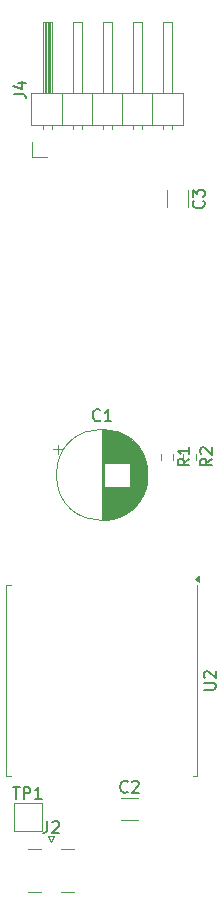
<source format=gbr>
%TF.GenerationSoftware,KiCad,Pcbnew,7.0.11-2.fc39*%
%TF.CreationDate,2024-07-01T00:46:26-07:00*%
%TF.ProjectId,george_orangepi,67656f72-6765-45f6-9f72-616e67657069,rev?*%
%TF.SameCoordinates,PX93d1cc0PY4d3f640*%
%TF.FileFunction,Legend,Top*%
%TF.FilePolarity,Positive*%
%FSLAX46Y46*%
G04 Gerber Fmt 4.6, Leading zero omitted, Abs format (unit mm)*
G04 Created by KiCad (PCBNEW 7.0.11-2.fc39) date 2024-07-01 00:46:26*
%MOMM*%
%LPD*%
G01*
G04 APERTURE LIST*
%ADD10C,0.150000*%
%ADD11C,0.120000*%
G04 APERTURE END LIST*
D10*
X1738095Y-59956819D02*
X2309523Y-59956819D01*
X2023809Y-60956819D02*
X2023809Y-59956819D01*
X2642857Y-60956819D02*
X2642857Y-59956819D01*
X2642857Y-59956819D02*
X3023809Y-59956819D01*
X3023809Y-59956819D02*
X3119047Y-60004438D01*
X3119047Y-60004438D02*
X3166666Y-60052057D01*
X3166666Y-60052057D02*
X3214285Y-60147295D01*
X3214285Y-60147295D02*
X3214285Y-60290152D01*
X3214285Y-60290152D02*
X3166666Y-60385390D01*
X3166666Y-60385390D02*
X3119047Y-60433009D01*
X3119047Y-60433009D02*
X3023809Y-60480628D01*
X3023809Y-60480628D02*
X2642857Y-60480628D01*
X4166666Y-60956819D02*
X3595238Y-60956819D01*
X3880952Y-60956819D02*
X3880952Y-59956819D01*
X3880952Y-59956819D02*
X3785714Y-60099676D01*
X3785714Y-60099676D02*
X3690476Y-60194914D01*
X3690476Y-60194914D02*
X3595238Y-60242533D01*
X11458333Y-60344580D02*
X11410714Y-60392200D01*
X11410714Y-60392200D02*
X11267857Y-60439819D01*
X11267857Y-60439819D02*
X11172619Y-60439819D01*
X11172619Y-60439819D02*
X11029762Y-60392200D01*
X11029762Y-60392200D02*
X10934524Y-60296961D01*
X10934524Y-60296961D02*
X10886905Y-60201723D01*
X10886905Y-60201723D02*
X10839286Y-60011247D01*
X10839286Y-60011247D02*
X10839286Y-59868390D01*
X10839286Y-59868390D02*
X10886905Y-59677914D01*
X10886905Y-59677914D02*
X10934524Y-59582676D01*
X10934524Y-59582676D02*
X11029762Y-59487438D01*
X11029762Y-59487438D02*
X11172619Y-59439819D01*
X11172619Y-59439819D02*
X11267857Y-59439819D01*
X11267857Y-59439819D02*
X11410714Y-59487438D01*
X11410714Y-59487438D02*
X11458333Y-59535057D01*
X11839286Y-59535057D02*
X11886905Y-59487438D01*
X11886905Y-59487438D02*
X11982143Y-59439819D01*
X11982143Y-59439819D02*
X12220238Y-59439819D01*
X12220238Y-59439819D02*
X12315476Y-59487438D01*
X12315476Y-59487438D02*
X12363095Y-59535057D01*
X12363095Y-59535057D02*
X12410714Y-59630295D01*
X12410714Y-59630295D02*
X12410714Y-59725533D01*
X12410714Y-59725533D02*
X12363095Y-59868390D01*
X12363095Y-59868390D02*
X11791667Y-60439819D01*
X11791667Y-60439819D02*
X12410714Y-60439819D01*
X18589819Y-32156666D02*
X18113628Y-32489999D01*
X18589819Y-32728094D02*
X17589819Y-32728094D01*
X17589819Y-32728094D02*
X17589819Y-32347142D01*
X17589819Y-32347142D02*
X17637438Y-32251904D01*
X17637438Y-32251904D02*
X17685057Y-32204285D01*
X17685057Y-32204285D02*
X17780295Y-32156666D01*
X17780295Y-32156666D02*
X17923152Y-32156666D01*
X17923152Y-32156666D02*
X18018390Y-32204285D01*
X18018390Y-32204285D02*
X18066009Y-32251904D01*
X18066009Y-32251904D02*
X18113628Y-32347142D01*
X18113628Y-32347142D02*
X18113628Y-32728094D01*
X17685057Y-31775713D02*
X17637438Y-31728094D01*
X17637438Y-31728094D02*
X17589819Y-31632856D01*
X17589819Y-31632856D02*
X17589819Y-31394761D01*
X17589819Y-31394761D02*
X17637438Y-31299523D01*
X17637438Y-31299523D02*
X17685057Y-31251904D01*
X17685057Y-31251904D02*
X17780295Y-31204285D01*
X17780295Y-31204285D02*
X17875533Y-31204285D01*
X17875533Y-31204285D02*
X18018390Y-31251904D01*
X18018390Y-31251904D02*
X18589819Y-31823332D01*
X18589819Y-31823332D02*
X18589819Y-31204285D01*
X16684819Y-32156666D02*
X16208628Y-32489999D01*
X16684819Y-32728094D02*
X15684819Y-32728094D01*
X15684819Y-32728094D02*
X15684819Y-32347142D01*
X15684819Y-32347142D02*
X15732438Y-32251904D01*
X15732438Y-32251904D02*
X15780057Y-32204285D01*
X15780057Y-32204285D02*
X15875295Y-32156666D01*
X15875295Y-32156666D02*
X16018152Y-32156666D01*
X16018152Y-32156666D02*
X16113390Y-32204285D01*
X16113390Y-32204285D02*
X16161009Y-32251904D01*
X16161009Y-32251904D02*
X16208628Y-32347142D01*
X16208628Y-32347142D02*
X16208628Y-32728094D01*
X16684819Y-31204285D02*
X16684819Y-31775713D01*
X16684819Y-31489999D02*
X15684819Y-31489999D01*
X15684819Y-31489999D02*
X15827676Y-31585237D01*
X15827676Y-31585237D02*
X15922914Y-31680475D01*
X15922914Y-31680475D02*
X15970533Y-31775713D01*
X17914819Y-51706904D02*
X18724342Y-51706904D01*
X18724342Y-51706904D02*
X18819580Y-51659285D01*
X18819580Y-51659285D02*
X18867200Y-51611666D01*
X18867200Y-51611666D02*
X18914819Y-51516428D01*
X18914819Y-51516428D02*
X18914819Y-51325952D01*
X18914819Y-51325952D02*
X18867200Y-51230714D01*
X18867200Y-51230714D02*
X18819580Y-51183095D01*
X18819580Y-51183095D02*
X18724342Y-51135476D01*
X18724342Y-51135476D02*
X17914819Y-51135476D01*
X18010057Y-50706904D02*
X17962438Y-50659285D01*
X17962438Y-50659285D02*
X17914819Y-50564047D01*
X17914819Y-50564047D02*
X17914819Y-50325952D01*
X17914819Y-50325952D02*
X17962438Y-50230714D01*
X17962438Y-50230714D02*
X18010057Y-50183095D01*
X18010057Y-50183095D02*
X18105295Y-50135476D01*
X18105295Y-50135476D02*
X18200533Y-50135476D01*
X18200533Y-50135476D02*
X18343390Y-50183095D01*
X18343390Y-50183095D02*
X18914819Y-50754523D01*
X18914819Y-50754523D02*
X18914819Y-50135476D01*
X1824819Y-1268333D02*
X2539104Y-1268333D01*
X2539104Y-1268333D02*
X2681961Y-1315952D01*
X2681961Y-1315952D02*
X2777200Y-1411190D01*
X2777200Y-1411190D02*
X2824819Y-1554047D01*
X2824819Y-1554047D02*
X2824819Y-1649285D01*
X2158152Y-363571D02*
X2824819Y-363571D01*
X1777200Y-601666D02*
X2491485Y-839761D01*
X2491485Y-839761D02*
X2491485Y-220714D01*
X4666666Y-62842319D02*
X4666666Y-63556604D01*
X4666666Y-63556604D02*
X4619047Y-63699461D01*
X4619047Y-63699461D02*
X4523809Y-63794700D01*
X4523809Y-63794700D02*
X4380952Y-63842319D01*
X4380952Y-63842319D02*
X4285714Y-63842319D01*
X5095238Y-62937557D02*
X5142857Y-62889938D01*
X5142857Y-62889938D02*
X5238095Y-62842319D01*
X5238095Y-62842319D02*
X5476190Y-62842319D01*
X5476190Y-62842319D02*
X5571428Y-62889938D01*
X5571428Y-62889938D02*
X5619047Y-62937557D01*
X5619047Y-62937557D02*
X5666666Y-63032795D01*
X5666666Y-63032795D02*
X5666666Y-63128033D01*
X5666666Y-63128033D02*
X5619047Y-63270890D01*
X5619047Y-63270890D02*
X5047619Y-63842319D01*
X5047619Y-63842319D02*
X5666666Y-63842319D01*
X17877580Y-10326666D02*
X17925200Y-10374285D01*
X17925200Y-10374285D02*
X17972819Y-10517142D01*
X17972819Y-10517142D02*
X17972819Y-10612380D01*
X17972819Y-10612380D02*
X17925200Y-10755237D01*
X17925200Y-10755237D02*
X17829961Y-10850475D01*
X17829961Y-10850475D02*
X17734723Y-10898094D01*
X17734723Y-10898094D02*
X17544247Y-10945713D01*
X17544247Y-10945713D02*
X17401390Y-10945713D01*
X17401390Y-10945713D02*
X17210914Y-10898094D01*
X17210914Y-10898094D02*
X17115676Y-10850475D01*
X17115676Y-10850475D02*
X17020438Y-10755237D01*
X17020438Y-10755237D02*
X16972819Y-10612380D01*
X16972819Y-10612380D02*
X16972819Y-10517142D01*
X16972819Y-10517142D02*
X17020438Y-10374285D01*
X17020438Y-10374285D02*
X17068057Y-10326666D01*
X16972819Y-9993332D02*
X16972819Y-9374285D01*
X16972819Y-9374285D02*
X17353771Y-9707618D01*
X17353771Y-9707618D02*
X17353771Y-9564761D01*
X17353771Y-9564761D02*
X17401390Y-9469523D01*
X17401390Y-9469523D02*
X17449009Y-9421904D01*
X17449009Y-9421904D02*
X17544247Y-9374285D01*
X17544247Y-9374285D02*
X17782342Y-9374285D01*
X17782342Y-9374285D02*
X17877580Y-9421904D01*
X17877580Y-9421904D02*
X17925200Y-9469523D01*
X17925200Y-9469523D02*
X17972819Y-9564761D01*
X17972819Y-9564761D02*
X17972819Y-9850475D01*
X17972819Y-9850475D02*
X17925200Y-9945713D01*
X17925200Y-9945713D02*
X17877580Y-9993332D01*
X9131333Y-28887580D02*
X9083714Y-28935200D01*
X9083714Y-28935200D02*
X8940857Y-28982819D01*
X8940857Y-28982819D02*
X8845619Y-28982819D01*
X8845619Y-28982819D02*
X8702762Y-28935200D01*
X8702762Y-28935200D02*
X8607524Y-28839961D01*
X8607524Y-28839961D02*
X8559905Y-28744723D01*
X8559905Y-28744723D02*
X8512286Y-28554247D01*
X8512286Y-28554247D02*
X8512286Y-28411390D01*
X8512286Y-28411390D02*
X8559905Y-28220914D01*
X8559905Y-28220914D02*
X8607524Y-28125676D01*
X8607524Y-28125676D02*
X8702762Y-28030438D01*
X8702762Y-28030438D02*
X8845619Y-27982819D01*
X8845619Y-27982819D02*
X8940857Y-27982819D01*
X8940857Y-27982819D02*
X9083714Y-28030438D01*
X9083714Y-28030438D02*
X9131333Y-28078057D01*
X10083714Y-28982819D02*
X9512286Y-28982819D01*
X9798000Y-28982819D02*
X9798000Y-27982819D01*
X9798000Y-27982819D02*
X9702762Y-28125676D01*
X9702762Y-28125676D02*
X9607524Y-28220914D01*
X9607524Y-28220914D02*
X9512286Y-28268533D01*
D11*
%TO.C,TP1*%
X1800000Y-63700000D02*
X1800000Y-61300000D01*
X4200000Y-63700000D02*
X1800000Y-63700000D01*
X4200000Y-61300000D02*
X4200000Y-63700000D01*
X1800000Y-61300000D02*
X4200000Y-61300000D01*
%TO.C,C2*%
X10913748Y-60925000D02*
X12336252Y-60925000D01*
X10913748Y-62745000D02*
X12336252Y-62745000D01*
%TO.C,R2*%
X16182500Y-31752742D02*
X16182500Y-32227258D01*
X17227500Y-31752742D02*
X17227500Y-32227258D01*
%TO.C,R1*%
X14277500Y-31752742D02*
X14277500Y-32227258D01*
X15322500Y-31752742D02*
X15322500Y-32227258D01*
%TO.C,U2*%
X17496000Y-42585000D02*
X17160000Y-42345000D01*
X17496000Y-42105000D01*
X17496000Y-42585000D01*
G36*
X17496000Y-42585000D02*
G01*
X17160000Y-42345000D01*
X17496000Y-42105000D01*
X17496000Y-42585000D01*
G37*
X1160000Y-59045000D02*
X1560000Y-59045000D01*
X17360000Y-59045000D02*
X16960000Y-59045000D01*
X1160000Y-42845000D02*
X1160000Y-59045000D01*
X1560000Y-42845000D02*
X1160000Y-42845000D01*
X17360000Y-42845000D02*
X17360000Y-59045000D01*
%TO.C,J4*%
X12640000Y-4277071D02*
X12640000Y-3880000D01*
X12640000Y4780000D02*
X12640000Y-1220000D01*
X16130000Y-1220000D02*
X3310000Y-1220000D01*
X3310000Y-1220000D02*
X3310000Y-3880000D01*
X8450000Y-3880000D02*
X8450000Y-1220000D01*
X10100000Y-4277071D02*
X10100000Y-3880000D01*
X13530000Y-3880000D02*
X13530000Y-1220000D01*
X9340000Y-4277071D02*
X9340000Y-3880000D01*
X3370000Y-6590000D02*
X3370000Y-5320000D01*
X7560000Y4780000D02*
X7560000Y-1220000D01*
X5910000Y-3880000D02*
X5910000Y-1220000D01*
X10990000Y-3880000D02*
X10990000Y-1220000D01*
X5020000Y-4210000D02*
X5020000Y-3880000D01*
X3310000Y-3880000D02*
X16130000Y-3880000D01*
X15180000Y-4277071D02*
X15180000Y-3880000D01*
X9340000Y4780000D02*
X10100000Y4780000D01*
X6800000Y-1220000D02*
X6800000Y4780000D01*
X14420000Y-4277071D02*
X14420000Y-3880000D01*
X9340000Y-1220000D02*
X9340000Y4780000D01*
X10100000Y4780000D02*
X10100000Y-1220000D01*
X16130000Y-3880000D02*
X16130000Y-1220000D01*
X4680000Y-1220000D02*
X4680000Y4780000D01*
X5020000Y4780000D02*
X5020000Y-1220000D01*
X4320000Y-1220000D02*
X4320000Y4780000D01*
X6800000Y-4277071D02*
X6800000Y-3880000D01*
X4440000Y-1220000D02*
X4440000Y4780000D01*
X6800000Y4780000D02*
X7560000Y4780000D01*
X4560000Y-1220000D02*
X4560000Y4780000D01*
X4260000Y-4210000D02*
X4260000Y-3880000D01*
X4920000Y-1220000D02*
X4920000Y4780000D01*
X7560000Y-4277071D02*
X7560000Y-3880000D01*
X4800000Y-1220000D02*
X4800000Y4780000D01*
X11880000Y-1220000D02*
X11880000Y4780000D01*
X11880000Y4780000D02*
X12640000Y4780000D01*
X4260000Y4780000D02*
X5020000Y4780000D01*
X4260000Y-1220000D02*
X4260000Y4780000D01*
X14420000Y-1220000D02*
X14420000Y4780000D01*
X4640000Y-6590000D02*
X3370000Y-6590000D01*
X15180000Y4780000D02*
X15180000Y-1220000D01*
X11880000Y-4277071D02*
X11880000Y-3880000D01*
X14420000Y4780000D02*
X15180000Y4780000D01*
%TO.C,J2*%
X3050000Y-65177500D02*
X4160000Y-65177500D01*
X5250000Y-64127500D02*
X4750000Y-64127500D01*
X5840000Y-68887500D02*
X6950000Y-68887500D01*
X5000000Y-64627500D02*
X5250000Y-64127500D01*
X4750000Y-64127500D02*
X5000000Y-64627500D01*
X3050000Y-68887500D02*
X4160000Y-68887500D01*
X5840000Y-65177500D02*
X6950000Y-65177500D01*
%TO.C,C3*%
X14758000Y-9448748D02*
X14758000Y-10871252D01*
X16578000Y-9448748D02*
X16578000Y-10871252D01*
%TO.C,C1*%
X13168000Y-33528000D02*
G75*
G03*
X5428000Y-33528000I-3870000J0D01*
G01*
X5428000Y-33528000D02*
G75*
G03*
X13168000Y-33528000I3870000J0D01*
G01*
X11299000Y-34568000D02*
X11299000Y-36802000D01*
X10859000Y-30026000D02*
X10859000Y-32488000D01*
X11459000Y-34568000D02*
X11459000Y-36700000D01*
X10179000Y-29799000D02*
X10179000Y-32488000D01*
X10299000Y-34568000D02*
X10299000Y-37227000D01*
X12899000Y-32147000D02*
X12899000Y-34909000D01*
X11979000Y-30776000D02*
X11979000Y-36280000D01*
X10059000Y-29773000D02*
X10059000Y-32488000D01*
X11739000Y-30564000D02*
X11739000Y-36492000D01*
X9618000Y-34568000D02*
X9618000Y-37345000D01*
X10419000Y-29863000D02*
X10419000Y-32488000D01*
X11179000Y-34568000D02*
X11179000Y-36871000D01*
X9538000Y-29705000D02*
X9538000Y-32488000D01*
X5530789Y-30978000D02*
X5530789Y-31728000D01*
X9778000Y-29727000D02*
X9778000Y-32488000D01*
X12059000Y-30855000D02*
X12059000Y-36201000D01*
X9778000Y-34568000D02*
X9778000Y-37329000D01*
X13099000Y-32835000D02*
X13099000Y-34221000D01*
X12459000Y-31333000D02*
X12459000Y-35723000D01*
X12939000Y-32253000D02*
X12939000Y-34803000D01*
X12099000Y-30896000D02*
X12099000Y-36160000D01*
X11659000Y-30500000D02*
X11659000Y-36556000D01*
X12539000Y-31451000D02*
X12539000Y-35605000D01*
X11579000Y-30440000D02*
X11579000Y-32488000D01*
X10699000Y-34568000D02*
X10699000Y-37096000D01*
X10659000Y-34568000D02*
X10659000Y-37112000D01*
X10979000Y-34568000D02*
X10979000Y-36975000D01*
X9578000Y-29708000D02*
X9578000Y-32488000D01*
X10499000Y-29888000D02*
X10499000Y-32488000D01*
X11379000Y-34568000D02*
X11379000Y-36752000D01*
X12619000Y-31579000D02*
X12619000Y-35477000D01*
X9818000Y-34568000D02*
X9818000Y-37323000D01*
X10179000Y-34568000D02*
X10179000Y-37257000D01*
X10899000Y-34568000D02*
X10899000Y-37012000D01*
X9338000Y-29698000D02*
X9338000Y-37358000D01*
X10259000Y-34568000D02*
X10259000Y-37238000D01*
X9498000Y-29703000D02*
X9498000Y-37353000D01*
X11939000Y-30738000D02*
X11939000Y-36318000D01*
X12179000Y-30982000D02*
X12179000Y-36074000D01*
X11539000Y-30412000D02*
X11539000Y-32488000D01*
X9458000Y-29701000D02*
X9458000Y-37355000D01*
X11779000Y-30597000D02*
X11779000Y-36459000D01*
X12579000Y-31514000D02*
X12579000Y-35542000D01*
X11499000Y-34568000D02*
X11499000Y-36672000D01*
X12819000Y-31959000D02*
X12819000Y-35097000D01*
X10219000Y-34568000D02*
X10219000Y-37248000D01*
X12859000Y-32050000D02*
X12859000Y-35006000D01*
X11299000Y-30254000D02*
X11299000Y-32488000D01*
X11859000Y-30665000D02*
X11859000Y-36391000D01*
X10339000Y-29840000D02*
X10339000Y-32488000D01*
X9978000Y-29758000D02*
X9978000Y-32488000D01*
X11259000Y-34568000D02*
X11259000Y-36825000D01*
X10299000Y-29829000D02*
X10299000Y-32488000D01*
X10779000Y-29992000D02*
X10779000Y-32488000D01*
X9898000Y-34568000D02*
X9898000Y-37312000D01*
X11539000Y-34568000D02*
X11539000Y-36644000D01*
X9538000Y-34568000D02*
X9538000Y-37351000D01*
X11139000Y-34568000D02*
X11139000Y-36893000D01*
X10099000Y-34568000D02*
X10099000Y-37275000D01*
X9978000Y-34568000D02*
X9978000Y-37298000D01*
X9858000Y-29738000D02*
X9858000Y-32488000D01*
X11219000Y-30207000D02*
X11219000Y-32488000D01*
X10739000Y-29975000D02*
X10739000Y-32488000D01*
X10219000Y-29808000D02*
X10219000Y-32488000D01*
X9658000Y-29714000D02*
X9658000Y-32488000D01*
X12339000Y-31173000D02*
X12339000Y-35883000D01*
X9818000Y-29733000D02*
X9818000Y-32488000D01*
X11339000Y-34568000D02*
X11339000Y-36777000D01*
X9298000Y-29698000D02*
X9298000Y-37358000D01*
X11419000Y-34568000D02*
X11419000Y-36726000D01*
X10619000Y-29930000D02*
X10619000Y-32488000D01*
X10139000Y-34568000D02*
X10139000Y-37266000D01*
X11379000Y-30304000D02*
X11379000Y-32488000D01*
X10859000Y-34568000D02*
X10859000Y-37030000D01*
X12379000Y-31224000D02*
X12379000Y-35832000D01*
X11819000Y-30630000D02*
X11819000Y-36426000D01*
X10419000Y-34568000D02*
X10419000Y-37193000D01*
X11419000Y-30330000D02*
X11419000Y-32488000D01*
X10059000Y-34568000D02*
X10059000Y-37283000D01*
X10339000Y-34568000D02*
X10339000Y-37216000D01*
X10539000Y-29902000D02*
X10539000Y-32488000D01*
X11699000Y-30532000D02*
X11699000Y-36524000D01*
X11059000Y-34568000D02*
X11059000Y-36935000D01*
X9658000Y-34568000D02*
X9658000Y-37342000D01*
X10619000Y-34568000D02*
X10619000Y-37126000D01*
X10019000Y-34568000D02*
X10019000Y-37291000D01*
X9578000Y-34568000D02*
X9578000Y-37348000D01*
X11259000Y-30231000D02*
X11259000Y-32488000D01*
X10939000Y-30062000D02*
X10939000Y-32488000D01*
X10819000Y-30008000D02*
X10819000Y-32488000D01*
X10739000Y-34568000D02*
X10739000Y-37081000D01*
X10499000Y-34568000D02*
X10499000Y-37168000D01*
X10819000Y-34568000D02*
X10819000Y-37048000D01*
X12699000Y-31719000D02*
X12699000Y-35337000D01*
X10539000Y-34568000D02*
X10539000Y-37154000D01*
X9938000Y-29751000D02*
X9938000Y-32488000D01*
X10379000Y-29851000D02*
X10379000Y-32488000D01*
X11059000Y-30121000D02*
X11059000Y-32488000D01*
X13019000Y-32500000D02*
X13019000Y-34556000D01*
X12259000Y-31074000D02*
X12259000Y-35982000D01*
X11339000Y-30279000D02*
X11339000Y-32488000D01*
X12739000Y-31795000D02*
X12739000Y-35261000D01*
X11619000Y-30470000D02*
X11619000Y-36586000D01*
X11139000Y-30163000D02*
X11139000Y-32488000D01*
X9738000Y-34568000D02*
X9738000Y-37333000D01*
X12659000Y-31647000D02*
X12659000Y-35409000D01*
X12299000Y-31123000D02*
X12299000Y-35933000D01*
X9378000Y-29698000D02*
X9378000Y-37358000D01*
X13059000Y-32651000D02*
X13059000Y-34405000D01*
X12419000Y-31278000D02*
X12419000Y-35778000D01*
X11099000Y-34568000D02*
X11099000Y-36914000D01*
X11499000Y-30384000D02*
X11499000Y-32488000D01*
X11579000Y-34568000D02*
X11579000Y-36616000D01*
X10979000Y-30081000D02*
X10979000Y-32488000D01*
X11179000Y-30185000D02*
X11179000Y-32488000D01*
X10579000Y-34568000D02*
X10579000Y-37141000D01*
X10259000Y-29818000D02*
X10259000Y-32488000D01*
X12779000Y-31874000D02*
X12779000Y-35182000D01*
X9738000Y-29723000D02*
X9738000Y-32488000D01*
X11019000Y-34568000D02*
X11019000Y-36955000D01*
X11019000Y-30101000D02*
X11019000Y-32488000D01*
X10099000Y-29781000D02*
X10099000Y-32488000D01*
X10459000Y-34568000D02*
X10459000Y-37181000D01*
X11099000Y-30142000D02*
X11099000Y-32488000D01*
X9858000Y-34568000D02*
X9858000Y-37318000D01*
X12219000Y-31028000D02*
X12219000Y-36028000D01*
X10459000Y-29875000D02*
X10459000Y-32488000D01*
X9898000Y-29744000D02*
X9898000Y-32488000D01*
X11459000Y-30356000D02*
X11459000Y-32488000D01*
X9618000Y-29711000D02*
X9618000Y-32488000D01*
X13139000Y-33087000D02*
X13139000Y-33969000D01*
X12019000Y-30815000D02*
X12019000Y-36241000D01*
X10139000Y-29790000D02*
X10139000Y-32488000D01*
X10019000Y-29765000D02*
X10019000Y-32488000D01*
X9698000Y-29718000D02*
X9698000Y-32488000D01*
X11899000Y-30701000D02*
X11899000Y-36355000D01*
X10579000Y-29915000D02*
X10579000Y-32488000D01*
X10939000Y-34568000D02*
X10939000Y-36994000D01*
X9938000Y-34568000D02*
X9938000Y-37305000D01*
X12499000Y-31391000D02*
X12499000Y-35665000D01*
X12979000Y-32370000D02*
X12979000Y-34686000D01*
X12139000Y-30939000D02*
X12139000Y-36117000D01*
X11219000Y-34568000D02*
X11219000Y-36849000D01*
X10379000Y-34568000D02*
X10379000Y-37205000D01*
X10899000Y-30044000D02*
X10899000Y-32488000D01*
X5155789Y-31353000D02*
X5905789Y-31353000D01*
X9418000Y-29699000D02*
X9418000Y-37357000D01*
X9698000Y-34568000D02*
X9698000Y-37338000D01*
X10699000Y-29960000D02*
X10699000Y-32488000D01*
X10779000Y-34568000D02*
X10779000Y-37064000D01*
X10659000Y-29944000D02*
X10659000Y-32488000D01*
%TD*%
M02*

</source>
